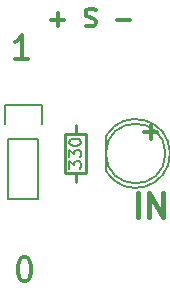
<source format=gbr>
G04 #@! TF.FileFunction,Legend,Top*
%FSLAX46Y46*%
G04 Gerber Fmt 4.6, Leading zero omitted, Abs format (unit mm)*
G04 Created by KiCad (PCBNEW (2015-08-15 BZR 6092)-product) date 2/18/2016 8:20:52 PM*
%MOMM*%
G01*
G04 APERTURE LIST*
%ADD10C,0.100000*%
%ADD11C,0.300000*%
%ADD12C,0.381000*%
%ADD13C,0.254000*%
%ADD14C,0.150000*%
G04 APERTURE END LIST*
D10*
D11*
X134015238Y-105313238D02*
X134208762Y-105313238D01*
X134402286Y-105410000D01*
X134499048Y-105506762D01*
X134595810Y-105700286D01*
X134692571Y-106087333D01*
X134692571Y-106571143D01*
X134595810Y-106958190D01*
X134499048Y-107151714D01*
X134402286Y-107248476D01*
X134208762Y-107345238D01*
X134015238Y-107345238D01*
X133821714Y-107248476D01*
X133724952Y-107151714D01*
X133628191Y-106958190D01*
X133531429Y-106571143D01*
X133531429Y-106087333D01*
X133628191Y-105700286D01*
X133724952Y-105506762D01*
X133821714Y-105410000D01*
X134015238Y-105313238D01*
X134438571Y-88549238D02*
X133277429Y-88549238D01*
X133858000Y-88549238D02*
X133858000Y-86517238D01*
X133664476Y-86807524D01*
X133470952Y-87001048D01*
X133277429Y-87097810D01*
X136342858Y-85197143D02*
X137485715Y-85197143D01*
X136914286Y-85768571D02*
X136914286Y-84625714D01*
X139271429Y-85697143D02*
X139485715Y-85768571D01*
X139842858Y-85768571D01*
X139985715Y-85697143D01*
X140057144Y-85625714D01*
X140128572Y-85482857D01*
X140128572Y-85340000D01*
X140057144Y-85197143D01*
X139985715Y-85125714D01*
X139842858Y-85054286D01*
X139557144Y-84982857D01*
X139414286Y-84911429D01*
X139342858Y-84840000D01*
X139271429Y-84697143D01*
X139271429Y-84554286D01*
X139342858Y-84411429D01*
X139414286Y-84340000D01*
X139557144Y-84268571D01*
X139914286Y-84268571D01*
X140128572Y-84340000D01*
X141914286Y-85197143D02*
X143057143Y-85197143D01*
D12*
X143715620Y-101884238D02*
X143715620Y-99852238D01*
X144683239Y-101884238D02*
X144683239Y-99852238D01*
X145844381Y-101884238D01*
X145844381Y-99852238D01*
D11*
X144208572Y-94722143D02*
X145351429Y-94722143D01*
X144780000Y-95293571D02*
X144780000Y-94150714D01*
D13*
X138430000Y-98171000D02*
X138430000Y-98933000D01*
X138430000Y-94869000D02*
X138430000Y-94107000D01*
X139319000Y-94869000D02*
X139065000Y-94869000D01*
X139319000Y-94869000D02*
X139319000Y-98171000D01*
X139319000Y-98171000D02*
X137541000Y-98171000D01*
X137541000Y-98171000D02*
X137541000Y-94869000D01*
X137541000Y-94869000D02*
X139065000Y-94869000D01*
D14*
X141025112Y-98044904D02*
G75*
G03X141010000Y-95020000I2484888J1524904D01*
G01*
X141010000Y-98020000D02*
X141010000Y-95020000D01*
X146027936Y-96520000D02*
G75*
G03X146027936Y-96520000I-2517936J0D01*
G01*
X132730000Y-95270000D02*
X132730000Y-100350000D01*
X132730000Y-100350000D02*
X135270000Y-100350000D01*
X135270000Y-100350000D02*
X135270000Y-95270000D01*
X135550000Y-92450000D02*
X135550000Y-94000000D01*
X135270000Y-95270000D02*
X132730000Y-95270000D01*
X132450000Y-94000000D02*
X132450000Y-92450000D01*
X132450000Y-92450000D02*
X135550000Y-92450000D01*
X137882381Y-97805714D02*
X137882381Y-97186666D01*
X138263333Y-97520000D01*
X138263333Y-97377142D01*
X138310952Y-97281904D01*
X138358571Y-97234285D01*
X138453810Y-97186666D01*
X138691905Y-97186666D01*
X138787143Y-97234285D01*
X138834762Y-97281904D01*
X138882381Y-97377142D01*
X138882381Y-97662857D01*
X138834762Y-97758095D01*
X138787143Y-97805714D01*
X137882381Y-96853333D02*
X137882381Y-96234285D01*
X138263333Y-96567619D01*
X138263333Y-96424761D01*
X138310952Y-96329523D01*
X138358571Y-96281904D01*
X138453810Y-96234285D01*
X138691905Y-96234285D01*
X138787143Y-96281904D01*
X138834762Y-96329523D01*
X138882381Y-96424761D01*
X138882381Y-96710476D01*
X138834762Y-96805714D01*
X138787143Y-96853333D01*
X137882381Y-95615238D02*
X137882381Y-95519999D01*
X137930000Y-95424761D01*
X137977619Y-95377142D01*
X138072857Y-95329523D01*
X138263333Y-95281904D01*
X138501429Y-95281904D01*
X138691905Y-95329523D01*
X138787143Y-95377142D01*
X138834762Y-95424761D01*
X138882381Y-95519999D01*
X138882381Y-95615238D01*
X138834762Y-95710476D01*
X138787143Y-95758095D01*
X138691905Y-95805714D01*
X138501429Y-95853333D01*
X138263333Y-95853333D01*
X138072857Y-95805714D01*
X137977619Y-95758095D01*
X137930000Y-95710476D01*
X137882381Y-95615238D01*
M02*

</source>
